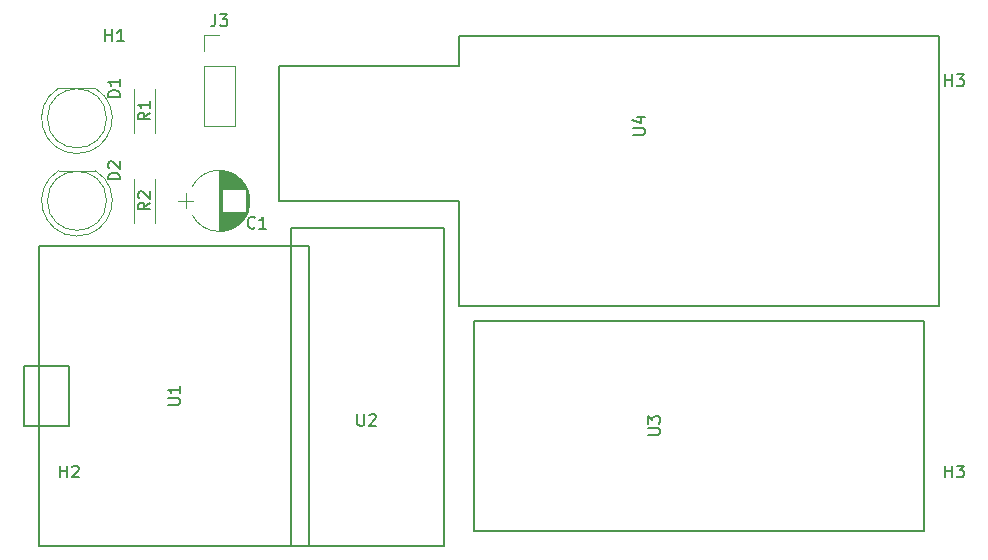
<source format=gto>
G04 #@! TF.FileFunction,Legend,Top*
%FSLAX46Y46*%
G04 Gerber Fmt 4.6, Leading zero omitted, Abs format (unit mm)*
G04 Created by KiCad (PCBNEW 4.0.7) date 09/09/17 09:10:53*
%MOMM*%
%LPD*%
G01*
G04 APERTURE LIST*
%ADD10C,0.100000*%
%ADD11C,0.120000*%
%ADD12C,0.150000*%
G04 APERTURE END LIST*
D10*
D11*
X135635722Y-88990277D02*
G75*
G03X131024420Y-88990000I-2305722J-1179723D01*
G01*
X135635722Y-91349723D02*
G75*
G02X131024420Y-91350000I-2305722J1179723D01*
G01*
X135635722Y-91349723D02*
G75*
G03X135635580Y-88990000I-2305722J1179723D01*
G01*
X133330000Y-87620000D02*
X133330000Y-92720000D01*
X133370000Y-87620000D02*
X133370000Y-92720000D01*
X133410000Y-87621000D02*
X133410000Y-92719000D01*
X133450000Y-87622000D02*
X133450000Y-92718000D01*
X133490000Y-87624000D02*
X133490000Y-92716000D01*
X133530000Y-87627000D02*
X133530000Y-92713000D01*
X133570000Y-87631000D02*
X133570000Y-92709000D01*
X133610000Y-87635000D02*
X133610000Y-89190000D01*
X133610000Y-91150000D02*
X133610000Y-92705000D01*
X133650000Y-87639000D02*
X133650000Y-89190000D01*
X133650000Y-91150000D02*
X133650000Y-92701000D01*
X133690000Y-87645000D02*
X133690000Y-89190000D01*
X133690000Y-91150000D02*
X133690000Y-92695000D01*
X133730000Y-87651000D02*
X133730000Y-89190000D01*
X133730000Y-91150000D02*
X133730000Y-92689000D01*
X133770000Y-87657000D02*
X133770000Y-89190000D01*
X133770000Y-91150000D02*
X133770000Y-92683000D01*
X133810000Y-87664000D02*
X133810000Y-89190000D01*
X133810000Y-91150000D02*
X133810000Y-92676000D01*
X133850000Y-87672000D02*
X133850000Y-89190000D01*
X133850000Y-91150000D02*
X133850000Y-92668000D01*
X133890000Y-87681000D02*
X133890000Y-89190000D01*
X133890000Y-91150000D02*
X133890000Y-92659000D01*
X133930000Y-87690000D02*
X133930000Y-89190000D01*
X133930000Y-91150000D02*
X133930000Y-92650000D01*
X133970000Y-87700000D02*
X133970000Y-89190000D01*
X133970000Y-91150000D02*
X133970000Y-92640000D01*
X134010000Y-87710000D02*
X134010000Y-89190000D01*
X134010000Y-91150000D02*
X134010000Y-92630000D01*
X134051000Y-87722000D02*
X134051000Y-89190000D01*
X134051000Y-91150000D02*
X134051000Y-92618000D01*
X134091000Y-87734000D02*
X134091000Y-89190000D01*
X134091000Y-91150000D02*
X134091000Y-92606000D01*
X134131000Y-87746000D02*
X134131000Y-89190000D01*
X134131000Y-91150000D02*
X134131000Y-92594000D01*
X134171000Y-87760000D02*
X134171000Y-89190000D01*
X134171000Y-91150000D02*
X134171000Y-92580000D01*
X134211000Y-87774000D02*
X134211000Y-89190000D01*
X134211000Y-91150000D02*
X134211000Y-92566000D01*
X134251000Y-87788000D02*
X134251000Y-89190000D01*
X134251000Y-91150000D02*
X134251000Y-92552000D01*
X134291000Y-87804000D02*
X134291000Y-89190000D01*
X134291000Y-91150000D02*
X134291000Y-92536000D01*
X134331000Y-87820000D02*
X134331000Y-89190000D01*
X134331000Y-91150000D02*
X134331000Y-92520000D01*
X134371000Y-87837000D02*
X134371000Y-89190000D01*
X134371000Y-91150000D02*
X134371000Y-92503000D01*
X134411000Y-87855000D02*
X134411000Y-89190000D01*
X134411000Y-91150000D02*
X134411000Y-92485000D01*
X134451000Y-87874000D02*
X134451000Y-89190000D01*
X134451000Y-91150000D02*
X134451000Y-92466000D01*
X134491000Y-87894000D02*
X134491000Y-89190000D01*
X134491000Y-91150000D02*
X134491000Y-92446000D01*
X134531000Y-87914000D02*
X134531000Y-89190000D01*
X134531000Y-91150000D02*
X134531000Y-92426000D01*
X134571000Y-87936000D02*
X134571000Y-89190000D01*
X134571000Y-91150000D02*
X134571000Y-92404000D01*
X134611000Y-87958000D02*
X134611000Y-89190000D01*
X134611000Y-91150000D02*
X134611000Y-92382000D01*
X134651000Y-87981000D02*
X134651000Y-89190000D01*
X134651000Y-91150000D02*
X134651000Y-92359000D01*
X134691000Y-88005000D02*
X134691000Y-89190000D01*
X134691000Y-91150000D02*
X134691000Y-92335000D01*
X134731000Y-88030000D02*
X134731000Y-89190000D01*
X134731000Y-91150000D02*
X134731000Y-92310000D01*
X134771000Y-88057000D02*
X134771000Y-89190000D01*
X134771000Y-91150000D02*
X134771000Y-92283000D01*
X134811000Y-88084000D02*
X134811000Y-89190000D01*
X134811000Y-91150000D02*
X134811000Y-92256000D01*
X134851000Y-88112000D02*
X134851000Y-89190000D01*
X134851000Y-91150000D02*
X134851000Y-92228000D01*
X134891000Y-88142000D02*
X134891000Y-89190000D01*
X134891000Y-91150000D02*
X134891000Y-92198000D01*
X134931000Y-88173000D02*
X134931000Y-89190000D01*
X134931000Y-91150000D02*
X134931000Y-92167000D01*
X134971000Y-88205000D02*
X134971000Y-89190000D01*
X134971000Y-91150000D02*
X134971000Y-92135000D01*
X135011000Y-88238000D02*
X135011000Y-89190000D01*
X135011000Y-91150000D02*
X135011000Y-92102000D01*
X135051000Y-88273000D02*
X135051000Y-89190000D01*
X135051000Y-91150000D02*
X135051000Y-92067000D01*
X135091000Y-88309000D02*
X135091000Y-89190000D01*
X135091000Y-91150000D02*
X135091000Y-92031000D01*
X135131000Y-88347000D02*
X135131000Y-89190000D01*
X135131000Y-91150000D02*
X135131000Y-91993000D01*
X135171000Y-88387000D02*
X135171000Y-89190000D01*
X135171000Y-91150000D02*
X135171000Y-91953000D01*
X135211000Y-88428000D02*
X135211000Y-89190000D01*
X135211000Y-91150000D02*
X135211000Y-91912000D01*
X135251000Y-88471000D02*
X135251000Y-89190000D01*
X135251000Y-91150000D02*
X135251000Y-91869000D01*
X135291000Y-88516000D02*
X135291000Y-89190000D01*
X135291000Y-91150000D02*
X135291000Y-91824000D01*
X135331000Y-88564000D02*
X135331000Y-89190000D01*
X135331000Y-91150000D02*
X135331000Y-91776000D01*
X135371000Y-88614000D02*
X135371000Y-89190000D01*
X135371000Y-91150000D02*
X135371000Y-91726000D01*
X135411000Y-88666000D02*
X135411000Y-89190000D01*
X135411000Y-91150000D02*
X135411000Y-91674000D01*
X135451000Y-88722000D02*
X135451000Y-89190000D01*
X135451000Y-91150000D02*
X135451000Y-91618000D01*
X135491000Y-88780000D02*
X135491000Y-89190000D01*
X135491000Y-91150000D02*
X135491000Y-91560000D01*
X135531000Y-88843000D02*
X135531000Y-89190000D01*
X135531000Y-91150000D02*
X135531000Y-91497000D01*
X135571000Y-88909000D02*
X135571000Y-91431000D01*
X135611000Y-88981000D02*
X135611000Y-91359000D01*
X135651000Y-89058000D02*
X135651000Y-91282000D01*
X135691000Y-89142000D02*
X135691000Y-91198000D01*
X135731000Y-89236000D02*
X135731000Y-91104000D01*
X135771000Y-89341000D02*
X135771000Y-90999000D01*
X135811000Y-89463000D02*
X135811000Y-90877000D01*
X135851000Y-89611000D02*
X135851000Y-90729000D01*
X135891000Y-89816000D02*
X135891000Y-90524000D01*
X129880000Y-90170000D02*
X131080000Y-90170000D01*
X130480000Y-89520000D02*
X130480000Y-90820000D01*
X132020000Y-83880000D02*
X134680000Y-83880000D01*
X132020000Y-78740000D02*
X132020000Y-83880000D01*
X134680000Y-78740000D02*
X134680000Y-83880000D01*
X132020000Y-78740000D02*
X134680000Y-78740000D01*
X132020000Y-77470000D02*
X132020000Y-76140000D01*
X132020000Y-76140000D02*
X133350000Y-76140000D01*
D12*
X139400000Y-92480000D02*
X139400000Y-119380000D01*
X139400000Y-119380000D02*
X152400000Y-119380000D01*
X152400000Y-119380000D02*
X152400000Y-92480000D01*
X152400000Y-92480000D02*
X139400000Y-92480000D01*
D11*
X121284538Y-86175000D02*
G75*
G03X122829830Y-80625000I462J2990000D01*
G01*
X121285462Y-86175000D02*
G75*
G02X119740170Y-80625000I-462J2990000D01*
G01*
X123785000Y-83185000D02*
G75*
G03X123785000Y-83185000I-2500000J0D01*
G01*
X122830000Y-80625000D02*
X119740000Y-80625000D01*
X121284538Y-93160000D02*
G75*
G03X122829830Y-87610000I462J2990000D01*
G01*
X121285462Y-93160000D02*
G75*
G02X119740170Y-87610000I-462J2990000D01*
G01*
X123785000Y-90170000D02*
G75*
G03X123785000Y-90170000I-2500000J0D01*
G01*
X122830000Y-87610000D02*
X119740000Y-87610000D01*
X126140000Y-84410000D02*
X126140000Y-80690000D01*
X127860000Y-84410000D02*
X127860000Y-80690000D01*
X126140000Y-92030000D02*
X126140000Y-88310000D01*
X127860000Y-92030000D02*
X127860000Y-88310000D01*
D12*
X120650000Y-93980000D02*
X118110000Y-93980000D01*
X120650000Y-119380000D02*
X118110000Y-119380000D01*
X140970000Y-119380000D02*
X138430000Y-119380000D01*
X138430000Y-93980000D02*
X140970000Y-93980000D01*
X119380000Y-104140000D02*
X116840000Y-104140000D01*
X116840000Y-104140000D02*
X116840000Y-109220000D01*
X116840000Y-109220000D02*
X120650000Y-109220000D01*
X120650000Y-109220000D02*
X120650000Y-104140000D01*
X120650000Y-104140000D02*
X119380000Y-104140000D01*
X138430000Y-93980000D02*
X120650000Y-93980000D01*
X118110000Y-93980000D02*
X118110000Y-119380000D01*
X120650000Y-119380000D02*
X138430000Y-119380000D01*
X140970000Y-119380000D02*
X140970000Y-93980000D01*
X142240000Y-90170000D02*
X138430000Y-90170000D01*
X142240000Y-78740000D02*
X138430000Y-78740000D01*
X194310000Y-76200000D02*
X194310000Y-99060000D01*
X194310000Y-99060000D02*
X153670000Y-99060000D01*
X153670000Y-99060000D02*
X153670000Y-90170000D01*
X153670000Y-90170000D02*
X142240000Y-90170000D01*
X138430000Y-90170000D02*
X138430000Y-78740000D01*
X142240000Y-78740000D02*
X153670000Y-78740000D01*
X153670000Y-78740000D02*
X153670000Y-76200000D01*
X153670000Y-76200000D02*
X194310000Y-76200000D01*
X193040000Y-118110000D02*
X191770000Y-118110000D01*
X193040000Y-100330000D02*
X191770000Y-100330000D01*
X154940000Y-100330000D02*
X191770000Y-100330000D01*
X193040000Y-100330000D02*
X193040000Y-118110000D01*
X191770000Y-118110000D02*
X154940000Y-118110000D01*
X154940000Y-118110000D02*
X154940000Y-100330000D01*
X136358334Y-92432143D02*
X136310715Y-92479762D01*
X136167858Y-92527381D01*
X136072620Y-92527381D01*
X135929762Y-92479762D01*
X135834524Y-92384524D01*
X135786905Y-92289286D01*
X135739286Y-92098810D01*
X135739286Y-91955952D01*
X135786905Y-91765476D01*
X135834524Y-91670238D01*
X135929762Y-91575000D01*
X136072620Y-91527381D01*
X136167858Y-91527381D01*
X136310715Y-91575000D01*
X136358334Y-91622619D01*
X137310715Y-92527381D02*
X136739286Y-92527381D01*
X137025000Y-92527381D02*
X137025000Y-91527381D01*
X136929762Y-91670238D01*
X136834524Y-91765476D01*
X136739286Y-91813095D01*
X133016667Y-74382381D02*
X133016667Y-75096667D01*
X132969047Y-75239524D01*
X132873809Y-75334762D01*
X132730952Y-75382381D01*
X132635714Y-75382381D01*
X133397619Y-74382381D02*
X134016667Y-74382381D01*
X133683333Y-74763333D01*
X133826191Y-74763333D01*
X133921429Y-74810952D01*
X133969048Y-74858571D01*
X134016667Y-74953810D01*
X134016667Y-75191905D01*
X133969048Y-75287143D01*
X133921429Y-75334762D01*
X133826191Y-75382381D01*
X133540476Y-75382381D01*
X133445238Y-75334762D01*
X133397619Y-75287143D01*
X145038095Y-108232381D02*
X145038095Y-109041905D01*
X145085714Y-109137143D01*
X145133333Y-109184762D01*
X145228571Y-109232381D01*
X145419048Y-109232381D01*
X145514286Y-109184762D01*
X145561905Y-109137143D01*
X145609524Y-109041905D01*
X145609524Y-108232381D01*
X146038095Y-108327619D02*
X146085714Y-108280000D01*
X146180952Y-108232381D01*
X146419048Y-108232381D01*
X146514286Y-108280000D01*
X146561905Y-108327619D01*
X146609524Y-108422857D01*
X146609524Y-108518095D01*
X146561905Y-108660952D01*
X145990476Y-109232381D01*
X146609524Y-109232381D01*
X124912381Y-81383095D02*
X123912381Y-81383095D01*
X123912381Y-81145000D01*
X123960000Y-81002142D01*
X124055238Y-80906904D01*
X124150476Y-80859285D01*
X124340952Y-80811666D01*
X124483810Y-80811666D01*
X124674286Y-80859285D01*
X124769524Y-80906904D01*
X124864762Y-81002142D01*
X124912381Y-81145000D01*
X124912381Y-81383095D01*
X124912381Y-79859285D02*
X124912381Y-80430714D01*
X124912381Y-80145000D02*
X123912381Y-80145000D01*
X124055238Y-80240238D01*
X124150476Y-80335476D01*
X124198095Y-80430714D01*
X124912381Y-88368095D02*
X123912381Y-88368095D01*
X123912381Y-88130000D01*
X123960000Y-87987142D01*
X124055238Y-87891904D01*
X124150476Y-87844285D01*
X124340952Y-87796666D01*
X124483810Y-87796666D01*
X124674286Y-87844285D01*
X124769524Y-87891904D01*
X124864762Y-87987142D01*
X124912381Y-88130000D01*
X124912381Y-88368095D01*
X124007619Y-87415714D02*
X123960000Y-87368095D01*
X123912381Y-87272857D01*
X123912381Y-87034761D01*
X123960000Y-86939523D01*
X124007619Y-86891904D01*
X124102857Y-86844285D01*
X124198095Y-86844285D01*
X124340952Y-86891904D01*
X124912381Y-87463333D01*
X124912381Y-86844285D01*
X127452381Y-82716666D02*
X126976190Y-83050000D01*
X127452381Y-83288095D02*
X126452381Y-83288095D01*
X126452381Y-82907142D01*
X126500000Y-82811904D01*
X126547619Y-82764285D01*
X126642857Y-82716666D01*
X126785714Y-82716666D01*
X126880952Y-82764285D01*
X126928571Y-82811904D01*
X126976190Y-82907142D01*
X126976190Y-83288095D01*
X127452381Y-81764285D02*
X127452381Y-82335714D01*
X127452381Y-82050000D02*
X126452381Y-82050000D01*
X126595238Y-82145238D01*
X126690476Y-82240476D01*
X126738095Y-82335714D01*
X127452381Y-90336666D02*
X126976190Y-90670000D01*
X127452381Y-90908095D02*
X126452381Y-90908095D01*
X126452381Y-90527142D01*
X126500000Y-90431904D01*
X126547619Y-90384285D01*
X126642857Y-90336666D01*
X126785714Y-90336666D01*
X126880952Y-90384285D01*
X126928571Y-90431904D01*
X126976190Y-90527142D01*
X126976190Y-90908095D01*
X126547619Y-89955714D02*
X126500000Y-89908095D01*
X126452381Y-89812857D01*
X126452381Y-89574761D01*
X126500000Y-89479523D01*
X126547619Y-89431904D01*
X126642857Y-89384285D01*
X126738095Y-89384285D01*
X126880952Y-89431904D01*
X127452381Y-90003333D01*
X127452381Y-89384285D01*
X123698095Y-76652381D02*
X123698095Y-75652381D01*
X123698095Y-76128571D02*
X124269524Y-76128571D01*
X124269524Y-76652381D02*
X124269524Y-75652381D01*
X125269524Y-76652381D02*
X124698095Y-76652381D01*
X124983809Y-76652381D02*
X124983809Y-75652381D01*
X124888571Y-75795238D01*
X124793333Y-75890476D01*
X124698095Y-75938095D01*
X194818095Y-80462381D02*
X194818095Y-79462381D01*
X194818095Y-79938571D02*
X195389524Y-79938571D01*
X195389524Y-80462381D02*
X195389524Y-79462381D01*
X195770476Y-79462381D02*
X196389524Y-79462381D01*
X196056190Y-79843333D01*
X196199048Y-79843333D01*
X196294286Y-79890952D01*
X196341905Y-79938571D01*
X196389524Y-80033810D01*
X196389524Y-80271905D01*
X196341905Y-80367143D01*
X196294286Y-80414762D01*
X196199048Y-80462381D01*
X195913333Y-80462381D01*
X195818095Y-80414762D01*
X195770476Y-80367143D01*
X194818095Y-113592381D02*
X194818095Y-112592381D01*
X194818095Y-113068571D02*
X195389524Y-113068571D01*
X195389524Y-113592381D02*
X195389524Y-112592381D01*
X195770476Y-112592381D02*
X196389524Y-112592381D01*
X196056190Y-112973333D01*
X196199048Y-112973333D01*
X196294286Y-113020952D01*
X196341905Y-113068571D01*
X196389524Y-113163810D01*
X196389524Y-113401905D01*
X196341905Y-113497143D01*
X196294286Y-113544762D01*
X196199048Y-113592381D01*
X195913333Y-113592381D01*
X195818095Y-113544762D01*
X195770476Y-113497143D01*
X119888095Y-113592381D02*
X119888095Y-112592381D01*
X119888095Y-113068571D02*
X120459524Y-113068571D01*
X120459524Y-113592381D02*
X120459524Y-112592381D01*
X120888095Y-112687619D02*
X120935714Y-112640000D01*
X121030952Y-112592381D01*
X121269048Y-112592381D01*
X121364286Y-112640000D01*
X121411905Y-112687619D01*
X121459524Y-112782857D01*
X121459524Y-112878095D01*
X121411905Y-113020952D01*
X120840476Y-113592381D01*
X121459524Y-113592381D01*
X128992381Y-107441905D02*
X129801905Y-107441905D01*
X129897143Y-107394286D01*
X129944762Y-107346667D01*
X129992381Y-107251429D01*
X129992381Y-107060952D01*
X129944762Y-106965714D01*
X129897143Y-106918095D01*
X129801905Y-106870476D01*
X128992381Y-106870476D01*
X129992381Y-105870476D02*
X129992381Y-106441905D01*
X129992381Y-106156191D02*
X128992381Y-106156191D01*
X129135238Y-106251429D01*
X129230476Y-106346667D01*
X129278095Y-106441905D01*
X168362381Y-84581905D02*
X169171905Y-84581905D01*
X169267143Y-84534286D01*
X169314762Y-84486667D01*
X169362381Y-84391429D01*
X169362381Y-84200952D01*
X169314762Y-84105714D01*
X169267143Y-84058095D01*
X169171905Y-84010476D01*
X168362381Y-84010476D01*
X168695714Y-83105714D02*
X169362381Y-83105714D01*
X168314762Y-83343810D02*
X169029048Y-83581905D01*
X169029048Y-82962857D01*
X169632381Y-109981905D02*
X170441905Y-109981905D01*
X170537143Y-109934286D01*
X170584762Y-109886667D01*
X170632381Y-109791429D01*
X170632381Y-109600952D01*
X170584762Y-109505714D01*
X170537143Y-109458095D01*
X170441905Y-109410476D01*
X169632381Y-109410476D01*
X169632381Y-109029524D02*
X169632381Y-108410476D01*
X170013333Y-108743810D01*
X170013333Y-108600952D01*
X170060952Y-108505714D01*
X170108571Y-108458095D01*
X170203810Y-108410476D01*
X170441905Y-108410476D01*
X170537143Y-108458095D01*
X170584762Y-108505714D01*
X170632381Y-108600952D01*
X170632381Y-108886667D01*
X170584762Y-108981905D01*
X170537143Y-109029524D01*
M02*

</source>
